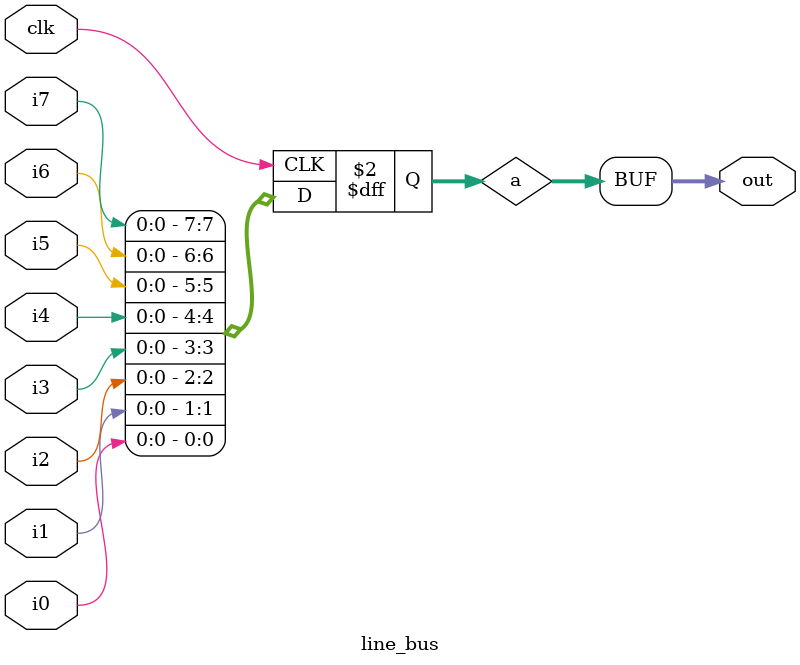
<source format=v>
`timescale 1 ns / 1 ps

module line_bus ( clk ,i0 ,i1 ,i2 ,i3 ,i4 ,i5 ,i6 ,i7 ,out );

output [7:0] out ;
wire [7:0] out ;

input clk ;
wire clk ;
input i0 ;
wire i0 ;
input i1 ;
wire i1 ;
input i2 ;
wire i2 ;
input i3 ;
wire i3 ;
input i4 ;
wire i4 ;
input i5 ;
wire i5 ;
input i6 ;
wire i6 ;
input i7 ;
wire i7 ;

reg [7:0] a;

always @(posedge clk) a<={i7,i6,i5,i4,i3,i2,i1,i0};
	
	assign out=a;

endmodule


</source>
